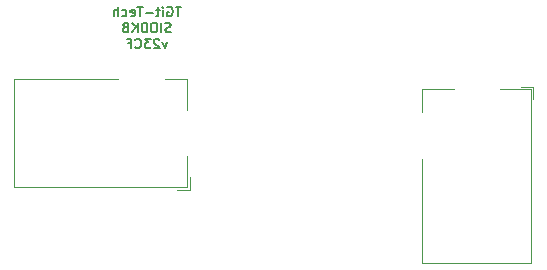
<source format=gbr>
%TF.GenerationSoftware,KiCad,Pcbnew,(5.1.7)-1*%
%TF.CreationDate,2023-12-15T12:51:46-07:00*%
%TF.ProjectId,AMPE32T30,414d5045-3332-4543-9330-2e6b69636164,rev?*%
%TF.SameCoordinates,PX76efc10PY5962530*%
%TF.FileFunction,Legend,Bot*%
%TF.FilePolarity,Positive*%
%FSLAX46Y46*%
G04 Gerber Fmt 4.6, Leading zero omitted, Abs format (unit mm)*
G04 Created by KiCad (PCBNEW (5.1.7)-1) date 2023-12-15 12:51:46*
%MOMM*%
%LPD*%
G01*
G04 APERTURE LIST*
%ADD10C,0.150000*%
%ADD11C,0.120000*%
G04 APERTURE END LIST*
D10*
X9245238Y15758096D02*
X8788095Y15758096D01*
X9016666Y14958096D02*
X9016666Y15758096D01*
X8102380Y15720000D02*
X8178571Y15758096D01*
X8292857Y15758096D01*
X8407142Y15720000D01*
X8483333Y15643810D01*
X8521428Y15567620D01*
X8559523Y15415239D01*
X8559523Y15300953D01*
X8521428Y15148572D01*
X8483333Y15072381D01*
X8407142Y14996191D01*
X8292857Y14958096D01*
X8216666Y14958096D01*
X8102380Y14996191D01*
X8064285Y15034286D01*
X8064285Y15300953D01*
X8216666Y15300953D01*
X7721428Y14958096D02*
X7721428Y15491429D01*
X7721428Y15758096D02*
X7759523Y15720000D01*
X7721428Y15681905D01*
X7683333Y15720000D01*
X7721428Y15758096D01*
X7721428Y15681905D01*
X7454761Y15491429D02*
X7150000Y15491429D01*
X7340476Y15758096D02*
X7340476Y15072381D01*
X7302380Y14996191D01*
X7226190Y14958096D01*
X7150000Y14958096D01*
X6883333Y15262858D02*
X6273809Y15262858D01*
X6007142Y15758096D02*
X5550000Y15758096D01*
X5778571Y14958096D02*
X5778571Y15758096D01*
X4978571Y14996191D02*
X5054761Y14958096D01*
X5207142Y14958096D01*
X5283333Y14996191D01*
X5321428Y15072381D01*
X5321428Y15377143D01*
X5283333Y15453334D01*
X5207142Y15491429D01*
X5054761Y15491429D01*
X4978571Y15453334D01*
X4940476Y15377143D01*
X4940476Y15300953D01*
X5321428Y15224762D01*
X4254761Y14996191D02*
X4330952Y14958096D01*
X4483333Y14958096D01*
X4559523Y14996191D01*
X4597619Y15034286D01*
X4635714Y15110477D01*
X4635714Y15339048D01*
X4597619Y15415239D01*
X4559523Y15453334D01*
X4483333Y15491429D01*
X4330952Y15491429D01*
X4254761Y15453334D01*
X3911904Y14958096D02*
X3911904Y15758096D01*
X3569047Y14958096D02*
X3569047Y15377143D01*
X3607142Y15453334D01*
X3683333Y15491429D01*
X3797619Y15491429D01*
X3873809Y15453334D01*
X3911904Y15415239D01*
X8388095Y13646191D02*
X8273809Y13608096D01*
X8083333Y13608096D01*
X8007142Y13646191D01*
X7969047Y13684286D01*
X7930952Y13760477D01*
X7930952Y13836667D01*
X7969047Y13912858D01*
X8007142Y13950953D01*
X8083333Y13989048D01*
X8235714Y14027143D01*
X8311904Y14065239D01*
X8350000Y14103334D01*
X8388095Y14179524D01*
X8388095Y14255715D01*
X8350000Y14331905D01*
X8311904Y14370000D01*
X8235714Y14408096D01*
X8045238Y14408096D01*
X7930952Y14370000D01*
X7588095Y13608096D02*
X7588095Y14408096D01*
X7054761Y14408096D02*
X6902380Y14408096D01*
X6826190Y14370000D01*
X6750000Y14293810D01*
X6711904Y14141429D01*
X6711904Y13874762D01*
X6750000Y13722381D01*
X6826190Y13646191D01*
X6902380Y13608096D01*
X7054761Y13608096D01*
X7130952Y13646191D01*
X7207142Y13722381D01*
X7245238Y13874762D01*
X7245238Y14141429D01*
X7207142Y14293810D01*
X7130952Y14370000D01*
X7054761Y14408096D01*
X6369047Y13608096D02*
X6369047Y14408096D01*
X6178571Y14408096D01*
X6064285Y14370000D01*
X5988095Y14293810D01*
X5950000Y14217620D01*
X5911904Y14065239D01*
X5911904Y13950953D01*
X5950000Y13798572D01*
X5988095Y13722381D01*
X6064285Y13646191D01*
X6178571Y13608096D01*
X6369047Y13608096D01*
X5569047Y13608096D02*
X5569047Y14408096D01*
X5111904Y13608096D02*
X5454761Y14065239D01*
X5111904Y14408096D02*
X5569047Y13950953D01*
X4502380Y14027143D02*
X4388095Y13989048D01*
X4350000Y13950953D01*
X4311904Y13874762D01*
X4311904Y13760477D01*
X4350000Y13684286D01*
X4388095Y13646191D01*
X4464285Y13608096D01*
X4769047Y13608096D01*
X4769047Y14408096D01*
X4502380Y14408096D01*
X4426190Y14370000D01*
X4388095Y14331905D01*
X4350000Y14255715D01*
X4350000Y14179524D01*
X4388095Y14103334D01*
X4426190Y14065239D01*
X4502380Y14027143D01*
X4769047Y14027143D01*
X8045238Y12791429D02*
X7854761Y12258096D01*
X7664285Y12791429D01*
X7397619Y12981905D02*
X7359523Y13020000D01*
X7283333Y13058096D01*
X7092857Y13058096D01*
X7016666Y13020000D01*
X6978571Y12981905D01*
X6940476Y12905715D01*
X6940476Y12829524D01*
X6978571Y12715239D01*
X7435714Y12258096D01*
X6940476Y12258096D01*
X6673809Y13058096D02*
X6178571Y13058096D01*
X6445238Y12753334D01*
X6330952Y12753334D01*
X6254761Y12715239D01*
X6216666Y12677143D01*
X6178571Y12600953D01*
X6178571Y12410477D01*
X6216666Y12334286D01*
X6254761Y12296191D01*
X6330952Y12258096D01*
X6559523Y12258096D01*
X6635714Y12296191D01*
X6673809Y12334286D01*
X5378571Y12334286D02*
X5416666Y12296191D01*
X5530952Y12258096D01*
X5607142Y12258096D01*
X5721428Y12296191D01*
X5797619Y12372381D01*
X5835714Y12448572D01*
X5873809Y12600953D01*
X5873809Y12715239D01*
X5835714Y12867620D01*
X5797619Y12943810D01*
X5721428Y13020000D01*
X5607142Y13058096D01*
X5530952Y13058096D01*
X5416666Y13020000D01*
X5378571Y12981905D01*
X4769047Y12677143D02*
X5035714Y12677143D01*
X5035714Y12258096D02*
X5035714Y13058096D01*
X4654761Y13058096D01*
D11*
%TO.C,J10*%
X38890000Y8774000D02*
X36290000Y8774000D01*
X38890000Y-5926000D02*
X38890000Y8774000D01*
X29690000Y8774000D02*
X29690000Y6874000D01*
X32390000Y8774000D02*
X29690000Y8774000D01*
X29690000Y-5926000D02*
X38890000Y-5926000D01*
X29690000Y2874000D02*
X29690000Y-5926000D01*
X39090000Y7924000D02*
X39090000Y8974000D01*
X38040000Y8974000D02*
X39090000Y8974000D01*
%TO.C,J8*%
X9790000Y480000D02*
X9790000Y3080000D01*
X-4910000Y480000D02*
X9790000Y480000D01*
X9790000Y9680000D02*
X7890000Y9680000D01*
X9790000Y6980000D02*
X9790000Y9680000D01*
X-4910000Y9680000D02*
X-4910000Y480000D01*
X3890000Y9680000D02*
X-4910000Y9680000D01*
X8940000Y280000D02*
X9990000Y280000D01*
X9990000Y1330000D02*
X9990000Y280000D01*
%TD*%
M02*

</source>
